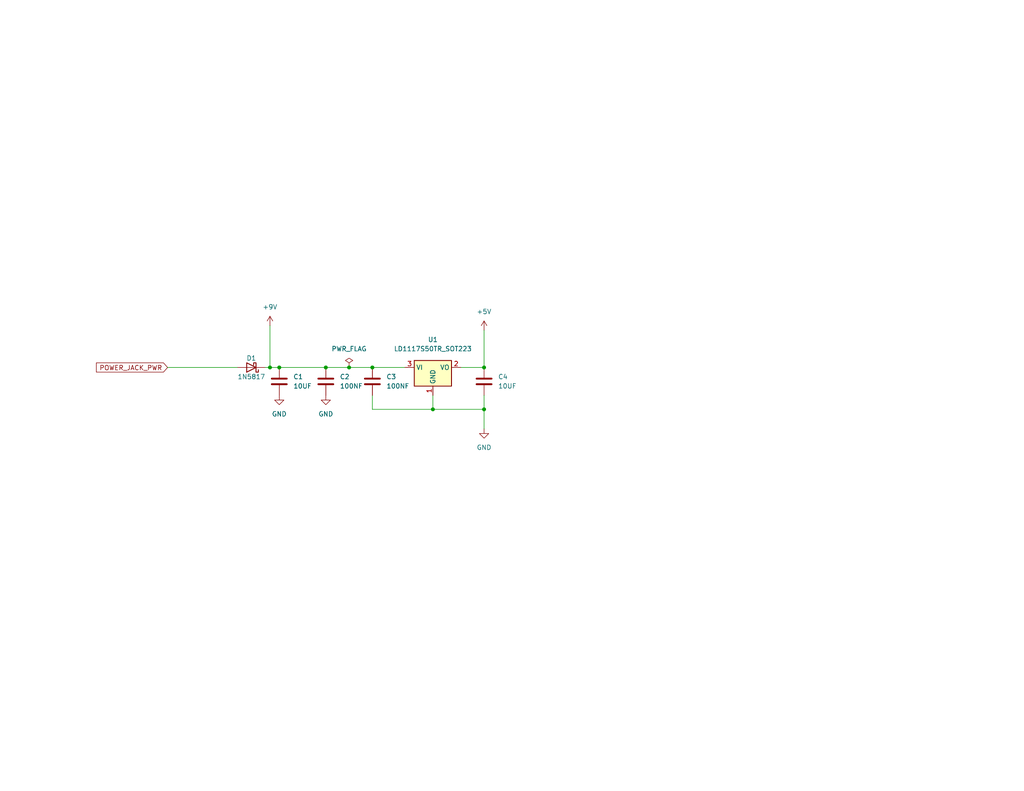
<source format=kicad_sch>
(kicad_sch (version 20230121) (generator eeschema)
  (paper "USLetter")
  (title_block (title "Daisy Seed Guitar Pedal 125B") (date "2024-02-25") (rev "6") (company "Made by Keith Shepherd (kshep@mac.com)") (comment 1 "https://github.com/electro-smith/Hardware/blob/master/reference/daisy_petal/") (comment 2 "Schematic from the Electro-Smith Daisy Petal Reference Hardware Rev 5"))
  (lib_symbols
    (symbol "Device:C" (pin_numbers hide) (pin_names (offset 0.254))
      (property "Reference" "C" (at 0.635 2.54 0))
      (property "Value" "C" (at 0.635 -2.54 0))
      (symbol "C_0_1"
        (polyline (pts (xy -2.032 -0.762) (xy 2.032 -0.762)) (stroke (width 0.508)))
        (polyline (pts (xy -2.032 0.762) (xy 2.032 0.762)) (stroke (width 0.508)))
      )
      (symbol "C_1_1"
        (pin passive line (at 0 3.81 270) (length 2.794) (name "~") (number "1"))
        (pin passive line (at 0 -3.81 90) (length 2.794) (name "~") (number "2"))
      )
    )
    (symbol "Diode:1N5817" (pin_numbers hide) (pin_names (offset 1.016) hide)
      (property "Reference" "D" (at 0 2.54 0))
      (property "Value" "1N5817" (at 0 -2.54 0))
      (symbol "1N5817_0_1"
        (polyline (pts (xy 1.27 0) (xy -1.27 0)))
        (polyline (pts (xy 1.27 1.27) (xy 1.27 -1.27) (xy -1.27 0) (xy 1.27 1.27)) (stroke (width 0.254)))
        (polyline (pts (xy -1.905 0.635) (xy -1.905 1.27) (xy -1.27 1.27) (xy -1.27 -1.27) (xy -0.635 -1.27) (xy -0.635 -0.635)) (stroke (width 0.254)))
      )
      (symbol "1N5817_1_1"
        (pin passive line (at -3.81 0 0) (length 2.54) (name "K") (number "1"))
        (pin passive line (at 3.81 0 180) (length 2.54) (name "A") (number "2"))
      )
    )
    (symbol "Regulator_Linear:LD1117S50TR_SOT223"
      (property "Reference" "U" (at -3.81 3.175 0))
      (property "Value" "LD1117S50TR_SOT223" (at 0 3.175 0))
      (symbol "LD1117S50TR_SOT223_0_1"
        (rectangle (start -5.08 -5.08) (end 5.08 1.905) (stroke (width 0.254)) (fill (type background)))
      )
      (symbol "LD1117S50TR_SOT223_1_1"
        (pin power_in line (at 0 -7.62 90) (length 2.54) (name "GND") (number "1"))
        (pin power_out line (at 7.62 0 180) (length 2.54) (name "VO") (number "2"))
        (pin power_in line (at -7.62 0 0) (length 2.54) (name "VI") (number "3"))
      )
    )
    (symbol "power:+5V" (power) (pin_names (offset 0))
      (property "Value" "+5V" (at 0 3.556 0))
      (symbol "+5V_0_1"
        (polyline (pts (xy -0.762 1.27) (xy 0 2.54)))
        (polyline (pts (xy 0 0) (xy 0 2.54)))
        (polyline (pts (xy 0 2.54) (xy 0.762 1.27)))
      )
      (symbol "+5V_1_1"
        (pin power_in line (at 0 0 90) (length 0) hide (name "+5V") (number "1"))
      )
    )
    (symbol "power:+9V" (power) (pin_names (offset 0))
      (property "Value" "+9V" (at 0 3.556 0))
      (symbol "+9V_0_1"
        (polyline (pts (xy -0.762 1.27) (xy 0 2.54)))
        (polyline (pts (xy 0 0) (xy 0 2.54)))
        (polyline (pts (xy 0 2.54) (xy 0.762 1.27)))
      )
      (symbol "+9V_1_1"
        (pin power_in line (at 0 0 90) (length 0) hide (name "+9V") (number "1"))
      )
    )
    (symbol "power:GND" (power) (pin_names (offset 0))
      (property "Value" "GND" (at 0 -3.81 0))
      (symbol "GND_0_1"
        (polyline (pts (xy 0 0) (xy 0 -1.27) (xy 1.27 -1.27) (xy 0 -2.54) (xy -1.27 -1.27) (xy 0 -1.27)))
      )
      (symbol "GND_1_1"
        (pin power_in line (at 0 0 270) (length 0) hide (name "GND") (number "1"))
      )
    )
    (symbol "power:PWR_FLAG" (power) (pin_numbers hide) (pin_names (offset 0) hide)
      (property "Value" "PWR_FLAG" (at 0 3.81 0))
      (symbol "PWR_FLAG_0_0"
        (pin power_out line (at 0 0 90) (length 0) (name "pwr") (number "1"))
      )
      (symbol "PWR_FLAG_0_1"
        (polyline (pts (xy 0 0) (xy 0 1.27) (xy -1.016 1.905) (xy 0 2.54) (xy 1.016 1.905) (xy 0 1.27)))
      )
    )
  )
  (junction (at 101.6 100.33))
  (junction (at 76.2 100.33))
  (junction (at 132.08 100.33))
  (junction (at 132.08 111.76))
  (junction (at 73.66 100.33))
  (junction (at 95.25 100.33))
  (junction (at 118.11 111.76))
  (junction (at 88.9 100.33))
  (wire (pts (xy 76.2 100.33) (xy 88.9 100.33)))
  (wire (pts (xy 88.9 100.33) (xy 95.25 100.33)))
  (wire (pts (xy 45.72 100.33) (xy 64.77 100.33)))
  (wire (pts (xy 72.39 100.33) (xy 73.66 100.33)))
  (wire (pts (xy 73.66 100.33) (xy 76.2 100.33)))
  (wire (pts (xy 101.6 100.33) (xy 110.49 100.33)))
  (wire (pts (xy 132.08 90.17) (xy 132.08 100.33)))
  (wire (pts (xy 132.08 111.76) (xy 132.08 117.094)))
  (wire (pts (xy 101.6 107.95) (xy 101.6 111.76)))
  (wire (pts (xy 73.66 88.9) (xy 73.66 100.33)))
  (wire (pts (xy 132.08 107.95) (xy 132.08 111.76)))
  (wire (pts (xy 118.11 111.76) (xy 132.08 111.76)))
  (wire (pts (xy 101.6 111.76) (xy 118.11 111.76)))
  (wire (pts (xy 95.25 100.33) (xy 101.6 100.33)))
  (wire (pts (xy 125.73 100.33) (xy 132.08 100.33)))
  (wire (pts (xy 118.11 107.95) (xy 118.11 111.76)))
  (global_label "POWER_JACK_PWR" (shape input) (at 45.72 100.33 180) (property "Intersheetrefs" "${INTERSHEET_REFS}" (effects hide)))
  (symbol (lib_id "power:PWR_FLAG") (at 95.25 100.33 0) (unit 1)
    (property "Reference" "#FLG02" (effects hide))
    (property "Value" "PWR_FLAG" (at 95.25 95.25 0))
  )
  (symbol (lib_id "Device:C") (at 101.6 104.14 0) (unit 1)
    (property "Reference" "C3" (at 105.41 102.8699 0) (effects (justify left)))
    (property "Value" "100NF" (at 105.41 105.4099 0) (effects (justify left)))
    (property "Footprint" "Capacitor_SMD:C_0805_2012Metric" (effects hide))
  )
  (symbol (lib_id "power:+5V") (at 132.08 90.17 0) (unit 1)
    (property "Reference" "#PWR013" (effects hide))
    (property "Value" "+5V" (at 132.08 85.09 0))
  )
  (symbol (lib_id "Device:C") (at 76.2 104.14 0) (unit 1)
    (property "Reference" "C1" (at 80.01 102.8699 0) (effects (justify left)))
    (property "Value" "10UF" (at 80.01 105.4099 0) (effects (justify left)))
    (property "Footprint" "Capacitor_SMD:C_0805_2012Metric" (effects hide))
  )
  (symbol (lib_id "Diode:1N5817") (at 68.58 100.33 180) (unit 1)
    (property "Reference" "D1" (at 68.58 97.79 0))
    (property "Value" "1N5817" (at 68.58 102.87 0))
    (property "Footprint" "Diode_SMD:D_SOD-123" (effects hide))
    (property "Datasheet" "http://www.vishay.com/docs/88525/1n5817.pdf" (effects hide))
  )
  (symbol (lib_id "power:GND") (at 88.9 107.95 0) (unit 1)
    (property "Reference" "#PWR012" (effects hide))
    (property "Value" "GND" (at 88.9 113.03 0))
  )
  (symbol (lib_id "Device:C") (at 88.9 104.14 0) (unit 1)
    (property "Reference" "C2" (at 92.71 102.8699 0) (effects (justify left)))
    (property "Value" "100NF" (at 92.71 105.4099 0) (effects (justify left)))
    (property "Footprint" "Capacitor_SMD:C_0805_2012Metric" (effects hide))
  )
  (symbol (lib_id "Regulator_Linear:LD1117S50TR_SOT223") (at 118.11 100.33 0) (unit 1)
    (property "Reference" "U1" (at 118.11 92.71 0))
    (property "Value" "LD1117S50TR_SOT223" (at 118.11 95.25 0))
    (property "Footprint" "Package_TO_SOT_SMD:SOT-223-3_TabPin2" (effects hide))
    (property "Datasheet" "http://www.st.com/st-web-ui/static/active/en/resource/technical/document/datasheet/CD00000544.pdf" (effects hide))
  )
  (symbol (lib_id "power:GND") (at 132.08 117.094 0) (unit 1)
    (property "Reference" "#PWR014" (effects hide))
    (property "Value" "GND" (at 132.08 122.174 0))
  )
  (symbol (lib_id "Device:C") (at 132.08 104.14 0) (unit 1)
    (property "Reference" "C4" (at 135.89 102.8699 0) (effects (justify left)))
    (property "Value" "10UF" (at 135.89 105.4099 0) (effects (justify left)))
    (property "Footprint" "Capacitor_SMD:C_0805_2012Metric" (effects hide))
  )
  (symbol (lib_id "power:GND") (at 76.2 107.95 0) (unit 1)
    (property "Reference" "#PWR011" (effects hide))
    (property "Value" "GND" (at 76.2 113.03 0))
  )
  (symbol (lib_id "power:+9V") (at 73.66 88.9 0) (unit 1)
    (property "Reference" "#PWR010" (effects hide))
    (property "Value" "+9V" (at 73.66 83.82 0))
  )
)
</source>
